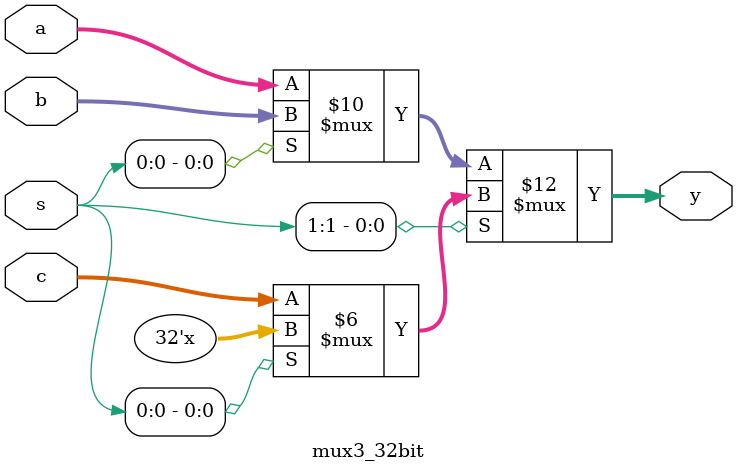
<source format=v>
module mux3_32bit(a, b, c, s, y);

	// input ports & output port
	input [31:0] a, b, c;
	input [1:0]  s;
	output reg [31:0] y;
	
	always @ (*) begin
		if(s[1] == 1'b0) begin
			if(s[0] == 1'b0) y <= a;
			else y <= b;
		end
		else begin
			if(s[0] == 1'b0) y<= c;
			else y <= 32'bx;
		end
	end	
	
endmodule

</source>
